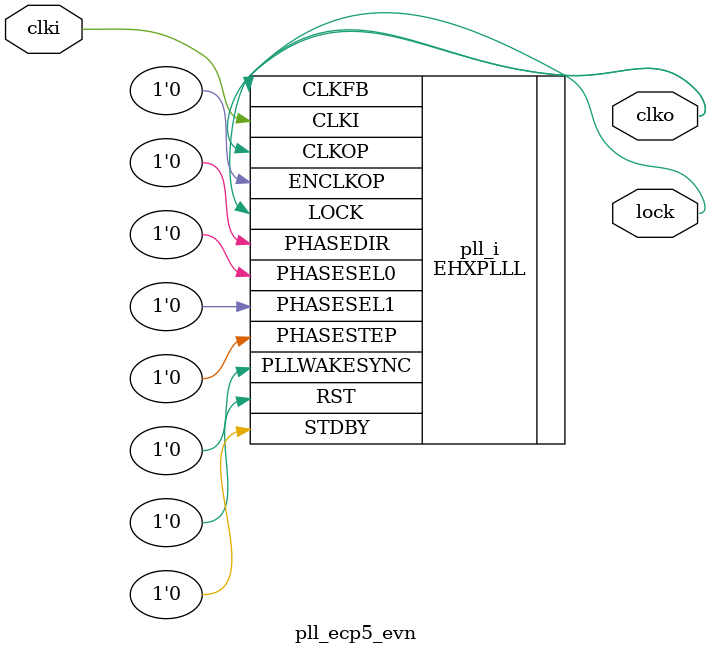
<source format=v>
module pll_ecp5_evn(input clki, output clko, output lock);
    (* ICP_CURRENT="12" *) (* LPF_RESISTOR="8" *) (* MFG_ENABLE_FILTEROPAMP="1" *) (* MFG_GMCREF_SEL="2" *)
    EHXPLLL #(
        .PLLRST_ENA("DISABLED"),
        .INTFB_WAKE("DISABLED"),
        .STDBY_ENABLE("DISABLED"),
        .DPHASE_SOURCE("DISABLED"),
        .CLKOP_FPHASE(0),
        .CLKOP_CPHASE(11),
        .OUTDIVIDER_MUXA("DIVA"),
        .CLKOP_ENABLE("ENABLED"),
        .CLKOP_DIV(12),
        .CLKFB_DIV(25),
        .CLKI_DIV(6),
        .FEEDBK_PATH("CLKOP")
    ) pll_i (
        .CLKI(clki),
        .CLKFB(clko),
        .CLKOP(clko),
	.LOCK(lock),
        .RST(1'b0),
        .STDBY(1'b0),
        .PHASESEL0(1'b0),
        .PHASESEL1(1'b0),
        .PHASEDIR(1'b0),
        .PHASESTEP(1'b0),
        .PLLWAKESYNC(1'b0),
        .ENCLKOP(1'b0),
    );
endmodule

</source>
